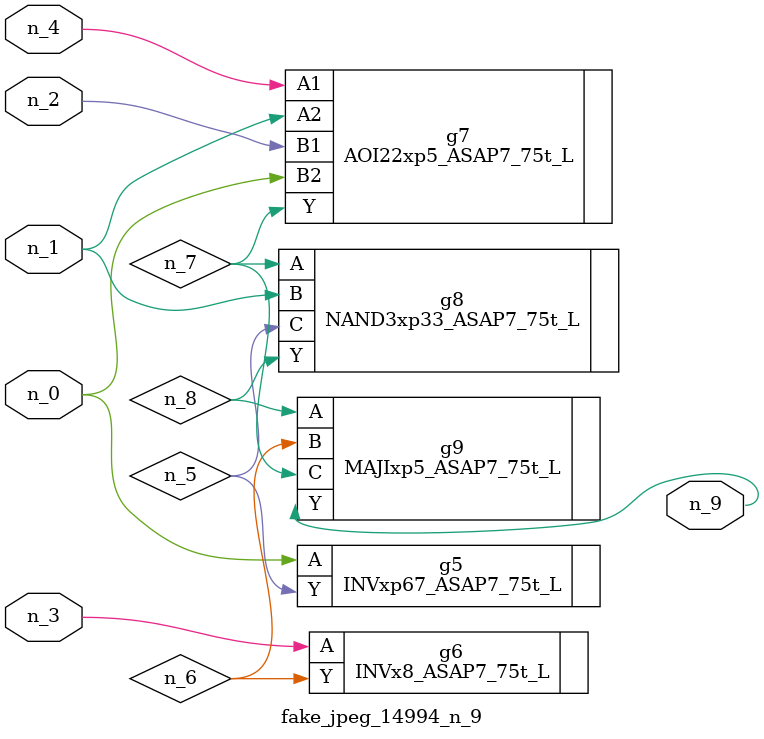
<source format=v>
module fake_jpeg_14994_n_9 (n_3, n_2, n_1, n_0, n_4, n_9);

input n_3;
input n_2;
input n_1;
input n_0;
input n_4;

output n_9;

wire n_8;
wire n_6;
wire n_5;
wire n_7;

INVxp67_ASAP7_75t_L g5 ( 
.A(n_0),
.Y(n_5)
);

INVx8_ASAP7_75t_L g6 ( 
.A(n_3),
.Y(n_6)
);

AOI22xp5_ASAP7_75t_L g7 ( 
.A1(n_4),
.A2(n_1),
.B1(n_2),
.B2(n_0),
.Y(n_7)
);

NAND3xp33_ASAP7_75t_L g8 ( 
.A(n_7),
.B(n_1),
.C(n_5),
.Y(n_8)
);

MAJIxp5_ASAP7_75t_L g9 ( 
.A(n_8),
.B(n_6),
.C(n_7),
.Y(n_9)
);


endmodule
</source>
